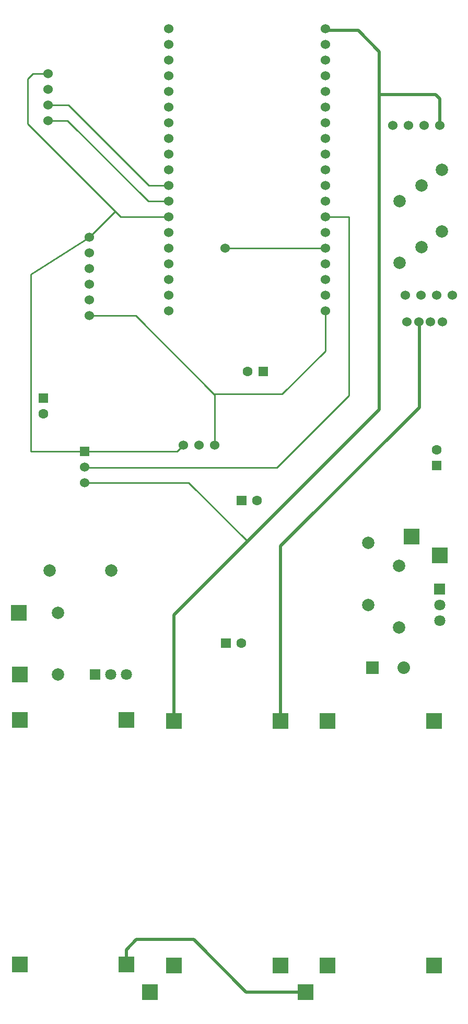
<source format=gbl>
G04 Layer: BottomLayer*
G04 EasyEDA v6.5.1, 2022-03-27 02:12:12*
G04 f7dead78dcdb48cf945481d8fe3a8f79,963ededa1bec40798c37f3e62625e793,10*
G04 Gerber Generator version 0.2*
G04 Scale: 100 percent, Rotated: No, Reflected: No *
G04 Dimensions in millimeters *
G04 leading zeros omitted , absolute positions ,4 integer and 5 decimal *
%FSLAX45Y45*%
%MOMM*%

%ADD10C,0.2540*%
%ADD11C,0.5000*%
%ADD12R,1.6000X1.6000*%
%ADD13C,1.6000*%
%ADD14R,1.5240X1.5240*%
%ADD15C,1.5240*%
%ADD16C,2.0000*%
%ADD17R,1.8000X1.8000*%
%ADD18C,1.8000*%
%ADD19R,2.4994X2.4994*%
%ADD21C,2.0320*%

%LPD*%
D10*
X1587500Y4838827D02*
G01*
X2336667Y4838827D01*
X3619500Y3555994D01*
X5410200Y4914900D02*
G01*
X5410200Y4267200D01*
X4711700Y3568700D01*
X3619500Y3568700D01*
X3619500Y2743200D01*
X5410200Y6438900D02*
G01*
X5791200Y6438900D01*
X5791200Y3543300D01*
X4622800Y2374900D01*
X1524000Y2374900D01*
X1511300Y2387600D01*
X3111500Y2743200D02*
G01*
X3009900Y2641600D01*
X1511300Y2641600D01*
X1587500Y6108700D02*
G01*
X635000Y5511800D01*
X635000Y2641600D01*
X1511300Y2641600D01*
X1587500Y6108700D02*
G01*
X2006091Y6528307D01*
X914400Y8763000D02*
G01*
X673100Y8763000D01*
X584200Y8674100D01*
X584200Y7950200D01*
X2095500Y6438900D01*
X2870200Y6438900D01*
D11*
X4686300Y-1727200D02*
G01*
X4686300Y1104900D01*
X6934200Y3352800D01*
X6934200Y4730750D01*
X6928104Y4737100D01*
X2959100Y-1727200D02*
G01*
X2959100Y-12700D01*
X6286500Y3314700D01*
X6286500Y9118600D01*
X5943600Y9461500D01*
X5435600Y9461500D01*
X5410200Y9486900D01*
X5092700Y-6121400D02*
G01*
X4127500Y-6121400D01*
X3276600Y-5270500D01*
X2349500Y-5270500D01*
X2184400Y-5435600D01*
X2184400Y-5676900D01*
D10*
X5410200Y5930900D02*
G01*
X3784600Y5930900D01*
D11*
X7264400Y7924800D02*
G01*
X7264400Y8356600D01*
X7200900Y8420100D01*
X6286500Y8420100D01*
D10*
X2870200Y6692900D02*
G01*
X2540000Y6692900D01*
X1231900Y8001000D01*
X914400Y8001000D01*
X914400Y8255000D02*
G01*
X1244600Y8255000D01*
X2552700Y6946900D01*
X2870200Y6946900D01*
X1599313Y4827015D02*
G01*
X1587500Y4838829D01*
X1511300Y2133600D02*
G01*
X3194377Y2133600D01*
X4149885Y1178092D01*
D12*
G01*
X7213600Y2413000D03*
D13*
G01*
X7213600Y2667000D03*
D12*
G01*
X4406900Y3937000D03*
D13*
G01*
X4152900Y3937000D03*
D12*
G01*
X838200Y3505200D03*
D13*
G01*
X838200Y3251200D03*
G36*
X3717300Y-389900D02*
G01*
X3877299Y-389900D01*
X3877299Y-549899D01*
X3717300Y-549899D01*
G37*
G01*
X4051300Y-469900D03*
G36*
X3971300Y1921499D02*
G01*
X4131299Y1921499D01*
X4131299Y1761500D01*
X3971300Y1761500D01*
G37*
G01*
X4305300Y1841500D03*
D14*
G01*
X1511300Y2641600D03*
D15*
G01*
X1511300Y2387600D03*
G01*
X1511300Y2133600D03*
D16*
G01*
X1079500Y22097D03*
G01*
X1079500Y-977900D03*
D17*
G01*
X1676400Y-977900D03*
D18*
G01*
X1930400Y-977900D03*
G01*
X2184400Y-977900D03*
D16*
G01*
X7302500Y6200902D03*
G01*
X7302500Y7200900D03*
G01*
X6972300Y5946902D03*
G01*
X6972300Y6946900D03*
G01*
X6616700Y5692902D03*
G01*
X6616700Y6692900D03*
D15*
G01*
X5410200Y4914900D03*
G01*
X5410200Y5168900D03*
G01*
X5410200Y5422900D03*
G01*
X5410200Y5676900D03*
G01*
X5410200Y5930900D03*
G01*
X5410200Y6184900D03*
G01*
X5410200Y6438900D03*
G01*
X5410200Y6692900D03*
G01*
X5410200Y6946900D03*
G01*
X5410200Y7200900D03*
G01*
X5410200Y7454900D03*
G01*
X5410200Y7708900D03*
G01*
X5410200Y7962900D03*
G01*
X5410200Y8216900D03*
G01*
X5410200Y8470900D03*
G01*
X5410200Y8724900D03*
G01*
X5410200Y8978900D03*
G01*
X5410200Y9232900D03*
G01*
X5410200Y9486900D03*
G01*
X2870200Y4914900D03*
G01*
X2870200Y5168900D03*
G01*
X2870200Y5422900D03*
G01*
X2870200Y5676900D03*
G01*
X2870200Y5930900D03*
G01*
X2870200Y6184900D03*
G01*
X2870200Y6438900D03*
G01*
X2870200Y6692900D03*
G01*
X2870200Y6946900D03*
G01*
X2870200Y7200900D03*
G01*
X2870200Y7454900D03*
G01*
X2870200Y7708900D03*
G01*
X2870200Y7962900D03*
G01*
X2870200Y8216900D03*
G01*
X2870200Y8470900D03*
G01*
X2870200Y8724900D03*
G01*
X2870200Y8978900D03*
G01*
X2870200Y9232900D03*
G01*
X2870200Y9486900D03*
D19*
G01*
X457200Y-5676900D03*
G01*
X2184400Y-5676900D03*
G01*
X2184400Y-1714500D03*
G01*
X457200Y-1714500D03*
G01*
X2959100Y-5689600D03*
G01*
X4686300Y-5689600D03*
G01*
X4686300Y-1727200D03*
G01*
X2959100Y-1727200D03*
G01*
X5448300Y-5689600D03*
G01*
X7175500Y-5689600D03*
G01*
X7175500Y-1727200D03*
G01*
X5448300Y-1727200D03*
G36*
X6070600Y-762000D02*
G01*
X6273800Y-762000D01*
X6273800Y-965200D01*
X6070600Y-965200D01*
G37*
D21*
G01*
X6680200Y-863600D03*
D16*
G01*
X6604000Y784097D03*
G01*
X6604000Y-215900D03*
G36*
X7174400Y496399D02*
G01*
X7354399Y496399D01*
X7354399Y316400D01*
X7174400Y316400D01*
G37*
D18*
G01*
X7264400Y152400D03*
G01*
X7264400Y-101600D03*
D16*
G01*
X6108700Y1152397D03*
G01*
X6108700Y152400D03*
G01*
X943102Y711200D03*
G01*
X1943100Y711200D03*
D15*
G01*
X7308088Y4736972D03*
G01*
X7117841Y4737227D03*
G01*
X6928104Y4736972D03*
G01*
X6738111Y4736972D03*
D19*
G01*
X2565400Y-6121400D03*
G01*
X5092700Y-6121400D03*
G01*
X6807200Y1257300D03*
G01*
X7264400Y952500D03*
G01*
X457200Y-977900D03*
G01*
X444500Y25400D03*
D15*
G01*
X7010400Y7924800D03*
G01*
X7264400Y7924800D03*
G01*
X6756400Y7924800D03*
G01*
X6502400Y7924800D03*
G01*
X1587500Y4838827D03*
G01*
X1587500Y5092827D03*
G01*
X1587500Y5346954D03*
G01*
X1587500Y5600954D03*
G01*
X1587500Y5854827D03*
G01*
X1587500Y6108700D03*
G01*
X3111500Y2743200D03*
G01*
X3365500Y2743200D03*
G01*
X3619500Y2743200D03*
G01*
X3784600Y5930900D03*
G01*
X914400Y8509000D03*
G01*
X914400Y8763000D03*
G01*
X914400Y8255000D03*
G01*
X914400Y8001000D03*
G01*
X7467600Y5168900D03*
G01*
X7213600Y5168900D03*
G01*
X6959600Y5168900D03*
G01*
X6705600Y5168900D03*
M02*

</source>
